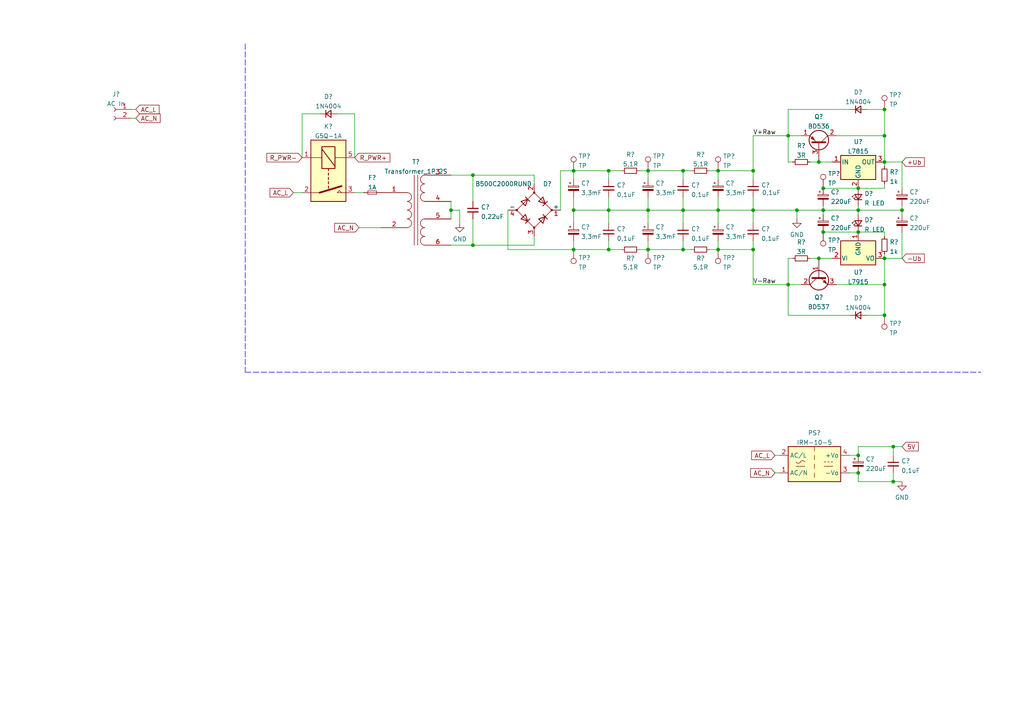
<source format=kicad_sch>
(kicad_sch (version 20211123) (generator eeschema)
  (paper "A4")
  (lib_symbols
    (symbol "Connector:Conn_01x02_Female" (pin_names (offset 1.016) hide)
      (property "Reference" "J" (at 0 2.54 0))
      (property "Value" "Conn_01x02_Female" (at 0 -5.08 0))
      (symbol "Conn_01x02_Female_1_1"
        (arc (start 0 -2.032) (mid -0.508 -2.54) (end 0 -3.048) (stroke (width 0.1524)))
        (polyline (pts (xy -1.27 -2.54) (xy -0.508 -2.54)) (stroke (width 0.1524)))
        (polyline (pts (xy -1.27 0) (xy -0.508 0)) (stroke (width 0.1524)))
        (arc (start 0 0.508) (mid -0.508 0) (end 0 -0.508) (stroke (width 0.1524)))
        (pin passive line (at -5.08 0 0) (length 3.81) (name "Pin_1") (number "1"))
        (pin passive line (at -5.08 -2.54 0) (length 3.81) (name "Pin_2") (number "2"))
      )
    )
    (symbol "Connector:TestPoint" (pin_numbers hide) (pin_names (offset 0.762) hide)
      (property "Reference" "TP" (at 0 6.858 0))
      (property "Value" "TestPoint" (at 0 5.08 0))
      (symbol "TestPoint_0_1"
        (circle (center 0 3.302) (radius 0.762))
      )
      (symbol "TestPoint_1_1"
        (pin passive line (at 0 0 90) (length 2.54) (name "1") (number "1"))
      )
    )
    (symbol "Converter_ACDC:IRM-10-5"
      (property "Reference" "PS" (at 0 6.35 0))
      (property "Value" "IRM-10-5" (at 0 -6.35 0))
      (symbol "IRM-10-5_0_1"
        (rectangle (start -7.62 5.08) (end 7.62 -5.08) (stroke (width 0.254)) (fill (type background)))
        (arc (start -5.334 0.635) (mid -4.699 0.2495) (end -4.064 0.635))
        (arc (start -2.794 0.635) (mid -3.429 1.0072) (end -4.064 0.635))
        (polyline (pts (xy -5.334 -0.635) (xy -2.794 -0.635)))
        (polyline (pts (xy 0 -2.54) (xy 0 -3.81)))
        (polyline (pts (xy 0 0) (xy 0 -1.27)))
        (polyline (pts (xy 0 2.54) (xy 0 1.27)))
        (polyline (pts (xy 0 5.08) (xy 0 3.81)))
        (polyline (pts (xy 2.794 -0.635) (xy 5.334 -0.635)))
        (polyline (pts (xy 2.794 0.635) (xy 3.302 0.635)))
        (polyline (pts (xy 3.81 0.635) (xy 4.318 0.635)))
        (polyline (pts (xy 4.826 0.635) (xy 5.334 0.635)))
      )
      (symbol "IRM-10-5_1_1"
        (pin power_in line (at -10.16 -2.54 0) (length 2.54) (name "AC/N") (number "1"))
        (pin power_in line (at -10.16 2.54 0) (length 2.54) (name "AC/L") (number "2"))
        (pin power_out line (at 10.16 -2.54 180) (length 2.54) (name "-Vo") (number "3"))
        (pin power_out line (at 10.16 2.54 180) (length 2.54) (name "+Vo") (number "4"))
      )
    )
    (symbol "Device:C_Polarized_Small" (pin_numbers hide) (pin_names (offset 0.254) hide)
      (property "Reference" "C" (at 0.254 1.778 0))
      (property "Value" "C_Polarized_Small" (at 0.254 -2.032 0))
      (symbol "C_Polarized_Small_0_1"
        (rectangle (start -1.524 -0.3048) (end 1.524 -0.6858) (fill (type outline)))
        (rectangle (start -1.524 0.6858) (end 1.524 0.3048))
        (polyline (pts (xy -1.27 1.524) (xy -0.762 1.524)))
        (polyline (pts (xy -1.016 1.27) (xy -1.016 1.778)))
      )
      (symbol "C_Polarized_Small_1_1"
        (pin passive line (at 0 2.54 270) (length 1.8542) (name "~") (number "1"))
        (pin passive line (at 0 -2.54 90) (length 1.8542) (name "~") (number "2"))
      )
    )
    (symbol "Device:C_Small" (pin_numbers hide) (pin_names (offset 0.254) hide)
      (property "Reference" "C" (at 0.254 1.778 0))
      (property "Value" "C_Small" (at 0.254 -2.032 0))
      (symbol "C_Small_0_1"
        (polyline (pts (xy -1.524 -0.508) (xy 1.524 -0.508)) (stroke (width 0.3302)))
        (polyline (pts (xy -1.524 0.508) (xy 1.524 0.508)) (stroke (width 0.3048)))
      )
      (symbol "C_Small_1_1"
        (pin passive line (at 0 2.54 270) (length 2.032) (name "~") (number "1"))
        (pin passive line (at 0 -2.54 90) (length 2.032) (name "~") (number "2"))
      )
    )
    (symbol "Device:D_Bridge_+AA-" (pin_names (offset 0))
      (property "Reference" "D" (at 2.54 6.985 0))
      (property "Value" "D_Bridge_+AA-" (at 2.54 5.08 0))
      (symbol "D_Bridge_+AA-_0_1"
        (circle (center -5.08 0) (radius 0.254) (fill (type outline)))
        (circle (center 0 -5.08) (radius 0.254) (fill (type outline)))
        (polyline (pts (xy -2.54 3.81) (xy -1.27 2.54)) (stroke (width 0.254)))
        (polyline (pts (xy -1.27 -2.54) (xy -2.54 -3.81)) (stroke (width 0.254)))
        (polyline (pts (xy 2.54 -1.27) (xy 3.81 -2.54)) (stroke (width 0.254)))
        (polyline (pts (xy 2.54 1.27) (xy 3.81 2.54)) (stroke (width 0.254)))
        (polyline (pts (xy -3.81 2.54) (xy -2.54 1.27) (xy -1.905 3.175) (xy -3.81 2.54)) (stroke (width 0.254)))
        (polyline (pts (xy -2.54 -1.27) (xy -3.81 -2.54) (xy -1.905 -3.175) (xy -2.54 -1.27)) (stroke (width 0.254)))
        (polyline (pts (xy 1.27 2.54) (xy 2.54 3.81) (xy 3.175 1.905) (xy 1.27 2.54)) (stroke (width 0.254)))
        (polyline (pts (xy 3.175 -1.905) (xy 1.27 -2.54) (xy 2.54 -3.81) (xy 3.175 -1.905)) (stroke (width 0.254)))
        (polyline (pts (xy -5.08 0) (xy 0 -5.08) (xy 5.08 0) (xy 0 5.08) (xy -5.08 0)))
        (circle (center 0 5.08) (radius 0.254) (fill (type outline)))
        (circle (center 5.08 0) (radius 0.254) (fill (type outline)))
      )
      (symbol "D_Bridge_+AA-_1_1"
        (pin passive line (at 7.62 0 180) (length 2.54) (name "+") (number "1"))
        (pin passive line (at 0 7.62 270) (length 2.54) (name "~") (number "2"))
        (pin passive line (at 0 -7.62 90) (length 2.54) (name "~") (number "3"))
        (pin passive line (at -7.62 0 0) (length 2.54) (name "-") (number "4"))
      )
    )
    (symbol "Device:D_Small" (pin_numbers hide) (pin_names (offset 0.254) hide)
      (property "Reference" "D" (at -1.27 2.032 0))
      (property "Value" "D_Small" (at -3.81 -2.032 0))
      (symbol "D_Small_0_1"
        (polyline (pts (xy -0.762 -1.016) (xy -0.762 1.016)) (stroke (width 0.254)))
        (polyline (pts (xy -0.762 0) (xy 0.762 0)))
        (polyline (pts (xy 0.762 -1.016) (xy -0.762 0) (xy 0.762 1.016) (xy 0.762 -1.016)) (stroke (width 0.254)))
      )
      (symbol "D_Small_1_1"
        (pin passive line (at -2.54 0 0) (length 1.778) (name "K") (number "1"))
        (pin passive line (at 2.54 0 180) (length 1.778) (name "A") (number "2"))
      )
    )
    (symbol "Device:Fuse_Small" (pin_numbers hide) (pin_names (offset 0.254) hide)
      (property "Reference" "F" (at 0 -1.524 0))
      (property "Value" "Fuse_Small" (at 0 1.524 0))
      (symbol "Fuse_Small_0_1"
        (rectangle (start -1.27 0.508) (end 1.27 -0.508))
        (polyline (pts (xy -1.27 0) (xy 1.27 0)))
      )
      (symbol "Fuse_Small_1_1"
        (pin passive line (at -2.54 0 0) (length 1.27) (name "~") (number "1"))
        (pin passive line (at 2.54 0 180) (length 1.27) (name "~") (number "2"))
      )
    )
    (symbol "Device:LED_Small" (pin_numbers hide) (pin_names (offset 0.254) hide)
      (property "Reference" "D" (at -1.27 3.175 0))
      (property "Value" "LED_Small" (at -4.445 -2.54 0))
      (symbol "LED_Small_0_1"
        (polyline (pts (xy -0.762 -1.016) (xy -0.762 1.016)) (stroke (width 0.254)))
        (polyline (pts (xy 1.016 0) (xy -0.762 0)))
        (polyline (pts (xy 0.762 -1.016) (xy -0.762 0) (xy 0.762 1.016) (xy 0.762 -1.016)) (stroke (width 0.254)))
        (polyline (pts (xy 0 0.762) (xy -0.508 1.27) (xy -0.254 1.27) (xy -0.508 1.27) (xy -0.508 1.016)))
        (polyline (pts (xy 0.508 1.27) (xy 0 1.778) (xy 0.254 1.778) (xy 0 1.778) (xy 0 1.524)))
      )
      (symbol "LED_Small_1_1"
        (pin passive line (at -2.54 0 0) (length 1.778) (name "K") (number "1"))
        (pin passive line (at 2.54 0 180) (length 1.778) (name "A") (number "2"))
      )
    )
    (symbol "Device:Q_NPN_BCE" (pin_names (offset 0) hide)
      (property "Reference" "Q" (at 5.08 1.27 0))
      (property "Value" "Q_NPN_BCE" (at 5.08 -1.27 0))
      (symbol "Q_NPN_BCE_0_1"
        (polyline (pts (xy 0.635 0.635) (xy 2.54 2.54)))
        (polyline (pts (xy 0.635 -0.635) (xy 2.54 -2.54) (xy 2.54 -2.54)))
        (polyline (pts (xy 0.635 1.905) (xy 0.635 -1.905) (xy 0.635 -1.905)) (stroke (width 0.508)))
        (polyline (pts (xy 1.27 -1.778) (xy 1.778 -1.27) (xy 2.286 -2.286) (xy 1.27 -1.778) (xy 1.27 -1.778)) (fill (type outline)))
        (circle (center 1.27 0) (radius 2.8194) (stroke (width 0.254)))
      )
      (symbol "Q_NPN_BCE_1_1"
        (pin input line (at -5.08 0 0) (length 5.715) (name "B") (number "1"))
        (pin passive line (at 2.54 5.08 270) (length 2.54) (name "C") (number "2"))
        (pin passive line (at 2.54 -5.08 90) (length 2.54) (name "E") (number "3"))
      )
    )
    (symbol "Device:Q_PNP_ECB" (pin_names (offset 0) hide)
      (property "Reference" "Q" (at 5.08 1.27 0))
      (property "Value" "Q_PNP_ECB" (at 5.08 -1.27 0))
      (symbol "Q_PNP_ECB_0_1"
        (polyline (pts (xy 0.635 0.635) (xy 2.54 2.54)))
        (polyline (pts (xy 0.635 -0.635) (xy 2.54 -2.54) (xy 2.54 -2.54)))
        (polyline (pts (xy 0.635 1.905) (xy 0.635 -1.905) (xy 0.635 -1.905)) (stroke (width 0.508)))
        (polyline (pts (xy 2.286 -1.778) (xy 1.778 -2.286) (xy 1.27 -1.27) (xy 2.286 -1.778) (xy 2.286 -1.778)) (fill (type outline)))
        (circle (center 1.27 0) (radius 2.8194) (stroke (width 0.254)))
      )
      (symbol "Q_PNP_ECB_1_1"
        (pin passive line (at 2.54 -5.08 90) (length 2.54) (name "E") (number "1"))
        (pin passive line (at 2.54 5.08 270) (length 2.54) (name "C") (number "2"))
        (pin input line (at -5.08 0 0) (length 5.715) (name "B") (number "3"))
      )
    )
    (symbol "Device:R_Small" (pin_numbers hide) (pin_names (offset 0.254) hide)
      (property "Reference" "R" (at 0.762 0.508 0))
      (property "Value" "R_Small" (at 0.762 -1.016 0))
      (symbol "R_Small_0_1"
        (rectangle (start -0.762 1.778) (end 0.762 -1.778) (stroke (width 0.2032)))
      )
      (symbol "R_Small_1_1"
        (pin passive line (at 0 2.54 270) (length 0.762) (name "~") (number "1"))
        (pin passive line (at 0 -2.54 90) (length 0.762) (name "~") (number "2"))
      )
    )
    (symbol "Device:Transformer_1P_2S" (pin_names (offset 1.016) hide)
      (property "Reference" "T" (at 0 12.7 0))
      (property "Value" "Transformer_1P_2S" (at 0 -12.7 0))
      (symbol "Transformer_1P_2S_0_1"
        (arc (start -2.54 -5.0546) (mid -1.6561 -4.6863) (end -1.27 -3.81))
        (arc (start -2.54 -2.5146) (mid -1.6561 -2.1463) (end -1.27 -1.27))
        (arc (start -2.54 0.0254) (mid -1.6561 0.3937) (end -1.27 1.27))
        (arc (start -2.54 2.5654) (mid -1.6561 2.9337) (end -1.27 3.81))
        (arc (start -1.27 -3.81) (mid -1.642 -2.912) (end -2.54 -2.54))
        (arc (start -1.27 -1.27) (mid -1.642 -0.372) (end -2.54 0))
        (arc (start -1.27 1.27) (mid -1.642 2.168) (end -2.54 2.54))
        (arc (start -1.27 3.81) (mid -1.642 4.708) (end -2.54 5.08))
        (polyline (pts (xy -0.508 -10.16) (xy -0.508 10.16)))
        (polyline (pts (xy 0.508 10.16) (xy 0.508 -10.16)))
        (arc (start 1.2954 -8.89) (mid 1.6599 -9.7701) (end 2.54 -10.1346))
        (arc (start 1.2954 -6.35) (mid 1.6599 -7.2301) (end 2.54 -7.5946))
        (arc (start 1.2954 -3.81) (mid 1.6599 -4.6901) (end 2.54 -5.0546))
        (arc (start 1.2954 3.81) (mid 1.6599 2.9299) (end 2.54 2.5654))
        (arc (start 1.2954 6.35) (mid 1.6599 5.4699) (end 2.54 5.1054))
        (arc (start 1.2954 8.89) (mid 1.6599 8.0099) (end 2.54 7.6454))
        (arc (start 2.54 -7.62) (mid 1.6456 -7.9883) (end 1.2954 -8.89))
        (arc (start 2.54 -5.08) (mid 1.6456 -5.4483) (end 1.2954 -6.35))
        (arc (start 2.54 -2.54) (mid 1.6456 -2.9083) (end 1.2954 -3.81))
        (arc (start 2.54 5.08) (mid 1.6456 4.7117) (end 1.2954 3.81))
        (arc (start 2.54 7.62) (mid 1.6456 7.2517) (end 1.2954 6.35))
        (arc (start 2.54 10.16) (mid 1.6456 9.7917) (end 1.2954 8.89))
      )
      (symbol "Transformer_1P_2S_1_1"
        (pin passive line (at -10.16 5.08 0) (length 7.62) (name "AA") (number "1"))
        (pin passive line (at -10.16 -5.08 0) (length 7.62) (name "AB") (number "2"))
        (pin passive line (at 10.16 10.16 180) (length 7.62) (name "SA") (number "3"))
        (pin passive line (at 10.16 2.54 180) (length 7.62) (name "SB") (number "4"))
        (pin passive line (at 10.16 -2.54 180) (length 7.62) (name "SC") (number "5"))
        (pin passive line (at 10.16 -10.16 180) (length 7.62) (name "SD") (number "6"))
      )
    )
    (symbol "Regulator_Linear:L7815" (pin_names (offset 0.254))
      (property "Reference" "U" (at -3.81 3.175 0))
      (property "Value" "L7815" (at 0 3.175 0))
      (symbol "L7815_0_1"
        (rectangle (start -5.08 1.905) (end 5.08 -5.08) (stroke (width 0.254)) (fill (type background)))
      )
      (symbol "L7815_1_1"
        (pin power_in line (at -7.62 0 0) (length 2.54) (name "IN") (number "1"))
        (pin power_in line (at 0 -7.62 90) (length 2.54) (name "GND") (number "2"))
        (pin power_out line (at 7.62 0 180) (length 2.54) (name "OUT") (number "3"))
      )
    )
    (symbol "Regulator_Linear:L7915" (pin_names (offset 0.254))
      (property "Reference" "U" (at -3.81 -3.175 0))
      (property "Value" "L7915" (at 0 -3.175 0))
      (symbol "L7915_0_1"
        (rectangle (start -5.08 5.08) (end 5.08 -1.905) (stroke (width 0.254)) (fill (type background)))
      )
      (symbol "L7915_1_1"
        (pin power_in line (at 0 7.62 270) (length 2.54) (name "GND") (number "1"))
        (pin power_in line (at -7.62 0 0) (length 2.54) (name "VI") (number "2"))
        (pin power_out line (at 7.62 0 180) (length 2.54) (name "VO") (number "3"))
      )
    )
    (symbol "Relay:G5Q-1A"
      (property "Reference" "K" (at 8.89 3.81 0))
      (property "Value" "G5Q-1A" (at 8.89 1.27 0))
      (symbol "G5Q-1A_0_0"
        (polyline (pts (xy 5.08 5.08) (xy 5.08 2.54) (xy 4.445 3.175) (xy 5.08 3.81)))
      )
      (symbol "G5Q-1A_0_1"
        (rectangle (start -10.16 5.08) (end 7.62 -5.08) (stroke (width 0.254)) (fill (type background)))
        (rectangle (start -8.255 1.905) (end -1.905 -1.905) (stroke (width 0.254)))
        (polyline (pts (xy -7.62 -1.905) (xy -2.54 1.905)) (stroke (width 0.254)))
        (polyline (pts (xy -5.08 -5.08) (xy -5.08 -1.905)))
        (polyline (pts (xy -5.08 5.08) (xy -5.08 1.905)))
        (polyline (pts (xy -1.905 0) (xy -1.27 0)) (stroke (width 0.254)))
        (polyline (pts (xy -0.635 0) (xy 0 0)) (stroke (width 0.254)))
        (polyline (pts (xy 0.635 0) (xy 1.27 0)) (stroke (width 0.254)))
        (polyline (pts (xy 1.905 0) (xy 2.54 0)) (stroke (width 0.254)))
        (polyline (pts (xy 3.175 0) (xy 3.81 0)) (stroke (width 0.254)))
        (polyline (pts (xy 5.08 -2.54) (xy 3.175 3.81)) (stroke (width 0.508)))
        (polyline (pts (xy 5.08 -2.54) (xy 5.08 -5.08)))
      )
      (symbol "G5Q-1A_1_1"
        (pin passive line (at -5.08 -7.62 90) (length 2.54) (name "~") (number "1"))
        (pin passive line (at 5.08 -7.62 90) (length 2.54) (name "~") (number "2"))
        (pin passive line (at 5.08 7.62 270) (length 2.54) (name "~") (number "3"))
        (pin passive line (at -5.08 7.62 270) (length 2.54) (name "~") (number "5"))
      )
    )
    (symbol "power:GND" (power) (pin_names (offset 0))
      (property "Value" "GND" (at 0 -3.81 0))
      (symbol "GND_0_1"
        (polyline (pts (xy 0 0) (xy 0 -1.27) (xy 1.27 -1.27) (xy 0 -2.54) (xy -1.27 -1.27) (xy 0 -1.27)))
      )
      (symbol "GND_1_1"
        (pin power_in line (at 0 0 270) (length 0) hide (name "GND") (number "1"))
      )
    )
  )
  (junction (at 187.96 72.39))
  (junction (at 237.49 46.99))
  (junction (at 238.76 60.96))
  (junction (at 248.92 67.31))
  (junction (at 176.53 60.96))
  (junction (at 198.12 72.39))
  (junction (at 208.28 72.39))
  (junction (at 256.54 74.93))
  (junction (at 130.81 60.96))
  (junction (at 176.53 72.39))
  (junction (at 198.12 60.96))
  (junction (at 166.37 60.96))
  (junction (at 228.6 39.37))
  (junction (at 228.6 82.55))
  (junction (at 248.92 137.16))
  (junction (at 137.16 50.8))
  (junction (at 256.54 82.55))
  (junction (at 237.49 74.93))
  (junction (at 166.37 49.53))
  (junction (at 256.54 91.44))
  (junction (at 166.37 72.39))
  (junction (at 248.92 60.96))
  (junction (at 218.44 49.53))
  (junction (at 218.44 72.39))
  (junction (at 187.96 60.96))
  (junction (at 259.08 129.54))
  (junction (at 248.92 132.08))
  (junction (at 137.16 71.12))
  (junction (at 187.96 49.53))
  (junction (at 218.44 60.96))
  (junction (at 256.54 31.75))
  (junction (at 256.54 46.99))
  (junction (at 256.54 39.37))
  (junction (at 248.92 54.61))
  (junction (at 238.76 67.31))
  (junction (at 208.28 60.96))
  (junction (at 238.76 54.61))
  (junction (at 259.08 139.7))
  (junction (at 208.28 49.53))
  (junction (at 198.12 49.53))
  (junction (at 261.62 60.96))
  (junction (at 176.53 49.53))
  (junction (at 231.14 60.96))
  (wire (pts (xy 104.14 66.04) (xy 110.49 66.04)))
  (wire (pts (xy 256.54 39.37) (xy 256.54 31.75)))
  (wire (pts (xy 166.37 69.85) (xy 166.37 72.39)))
  (wire (pts (xy 198.12 49.53) (xy 200.66 49.53)))
  (wire (pts (xy 102.87 55.88) (xy 105.41 55.88)))
  (wire (pts (xy 137.16 63.5) (xy 137.16 71.12)))
  (wire (pts (xy 162.56 49.53) (xy 166.37 49.53)))
  (wire (pts (xy 133.35 60.96) (xy 133.35 64.77)))
  (wire (pts (xy 248.92 137.16) (xy 248.92 139.7)))
  (wire (pts (xy 198.12 69.85) (xy 198.12 72.39)))
  (wire (pts (xy 248.92 129.54) (xy 259.08 129.54)))
  (polyline (pts (xy 71.12 12.7) (xy 71.12 107.95)))
  (wire (pts (xy 256.54 82.55) (xy 256.54 91.44)))
  (wire (pts (xy 228.6 46.99) (xy 229.87 46.99)))
  (wire (pts (xy 187.96 49.53) (xy 187.96 52.07)))
  (wire (pts (xy 259.08 129.54) (xy 261.62 129.54)))
  (wire (pts (xy 198.12 60.96) (xy 208.28 60.96)))
  (wire (pts (xy 162.56 49.53) (xy 162.56 60.96)))
  (wire (pts (xy 176.53 60.96) (xy 176.53 64.77)))
  (wire (pts (xy 256.54 39.37) (xy 256.54 46.99)))
  (polyline (pts (xy 71.12 107.95) (xy 284.48 107.95)))
  (wire (pts (xy 166.37 57.15) (xy 166.37 60.96)))
  (wire (pts (xy 256.54 67.31) (xy 248.92 67.31)))
  (wire (pts (xy 176.53 49.53) (xy 180.34 49.53)))
  (wire (pts (xy 256.54 91.44) (xy 251.46 91.44)))
  (wire (pts (xy 208.28 60.96) (xy 218.44 60.96)))
  (wire (pts (xy 137.16 71.12) (xy 154.94 71.12)))
  (wire (pts (xy 238.76 59.69) (xy 238.76 60.96)))
  (wire (pts (xy 187.96 49.53) (xy 198.12 49.53)))
  (wire (pts (xy 246.38 137.16) (xy 248.92 137.16)))
  (wire (pts (xy 218.44 72.39) (xy 218.44 82.55)))
  (wire (pts (xy 248.92 132.08) (xy 248.92 129.54)))
  (wire (pts (xy 234.95 74.93) (xy 237.49 74.93)))
  (wire (pts (xy 102.87 45.72) (xy 102.87 33.02)))
  (wire (pts (xy 242.57 82.55) (xy 256.54 82.55)))
  (wire (pts (xy 187.96 60.96) (xy 198.12 60.96)))
  (wire (pts (xy 208.28 57.15) (xy 208.28 60.96)))
  (wire (pts (xy 130.81 60.96) (xy 130.81 63.5)))
  (wire (pts (xy 246.38 132.08) (xy 248.92 132.08)))
  (wire (pts (xy 208.28 60.96) (xy 208.28 64.77)))
  (wire (pts (xy 102.87 33.02) (xy 97.79 33.02)))
  (wire (pts (xy 218.44 39.37) (xy 228.6 39.37)))
  (wire (pts (xy 256.54 82.55) (xy 256.54 74.93)))
  (wire (pts (xy 205.74 72.39) (xy 208.28 72.39)))
  (wire (pts (xy 261.62 46.99) (xy 261.62 54.61)))
  (wire (pts (xy 231.14 60.96) (xy 238.76 60.96)))
  (wire (pts (xy 198.12 49.53) (xy 198.12 52.07)))
  (wire (pts (xy 185.42 49.53) (xy 187.96 49.53)))
  (wire (pts (xy 166.37 72.39) (xy 176.53 72.39)))
  (wire (pts (xy 218.44 82.55) (xy 228.6 82.55)))
  (wire (pts (xy 228.6 39.37) (xy 228.6 46.99)))
  (wire (pts (xy 238.76 54.61) (xy 248.92 54.61)))
  (wire (pts (xy 137.16 50.8) (xy 154.94 50.8)))
  (wire (pts (xy 208.28 72.39) (xy 218.44 72.39)))
  (wire (pts (xy 218.44 69.85) (xy 218.44 72.39)))
  (wire (pts (xy 238.76 60.96) (xy 248.92 60.96)))
  (wire (pts (xy 218.44 49.53) (xy 218.44 52.07)))
  (wire (pts (xy 185.42 72.39) (xy 187.96 72.39)))
  (wire (pts (xy 176.53 49.53) (xy 176.53 52.07)))
  (wire (pts (xy 256.54 46.99) (xy 261.62 46.99)))
  (wire (pts (xy 176.53 60.96) (xy 187.96 60.96)))
  (wire (pts (xy 228.6 31.75) (xy 228.6 39.37)))
  (wire (pts (xy 228.6 82.55) (xy 228.6 74.93)))
  (wire (pts (xy 248.92 59.69) (xy 248.92 60.96)))
  (wire (pts (xy 176.53 57.15) (xy 176.53 60.96)))
  (wire (pts (xy 218.44 49.53) (xy 218.44 39.37)))
  (wire (pts (xy 256.54 46.99) (xy 256.54 48.26)))
  (wire (pts (xy 176.53 72.39) (xy 180.34 72.39)))
  (wire (pts (xy 198.12 57.15) (xy 198.12 60.96)))
  (wire (pts (xy 261.62 67.31) (xy 261.62 74.93)))
  (wire (pts (xy 187.96 57.15) (xy 187.96 60.96)))
  (wire (pts (xy 38.1 34.29) (xy 39.37 34.29)))
  (wire (pts (xy 130.81 58.42) (xy 130.81 60.96)))
  (wire (pts (xy 224.79 137.16) (xy 226.06 137.16)))
  (wire (pts (xy 198.12 60.96) (xy 198.12 64.77)))
  (wire (pts (xy 176.53 69.85) (xy 176.53 72.39)))
  (wire (pts (xy 259.08 139.7) (xy 259.08 137.16)))
  (wire (pts (xy 238.76 60.96) (xy 238.76 62.23)))
  (wire (pts (xy 208.28 69.85) (xy 208.28 72.39)))
  (wire (pts (xy 87.63 45.72) (xy 87.63 33.02)))
  (wire (pts (xy 208.28 49.53) (xy 208.28 52.07)))
  (wire (pts (xy 218.44 57.15) (xy 218.44 60.96)))
  (wire (pts (xy 228.6 82.55) (xy 232.41 82.55)))
  (wire (pts (xy 218.44 60.96) (xy 231.14 60.96)))
  (wire (pts (xy 85.09 55.88) (xy 87.63 55.88)))
  (wire (pts (xy 261.62 74.93) (xy 256.54 74.93)))
  (wire (pts (xy 261.62 60.96) (xy 261.62 62.23)))
  (wire (pts (xy 137.16 50.8) (xy 137.16 58.42)))
  (wire (pts (xy 154.94 71.12) (xy 154.94 68.58)))
  (wire (pts (xy 234.95 46.99) (xy 237.49 46.99)))
  (wire (pts (xy 166.37 49.53) (xy 166.37 52.07)))
  (wire (pts (xy 228.6 39.37) (xy 232.41 39.37)))
  (wire (pts (xy 130.81 71.12) (xy 137.16 71.12)))
  (wire (pts (xy 237.49 74.93) (xy 241.3 74.93)))
  (wire (pts (xy 256.54 31.75) (xy 251.46 31.75)))
  (wire (pts (xy 259.08 139.7) (xy 261.62 139.7)))
  (wire (pts (xy 259.08 129.54) (xy 259.08 132.08)))
  (wire (pts (xy 256.54 54.61) (xy 248.92 54.61)))
  (wire (pts (xy 130.81 60.96) (xy 133.35 60.96)))
  (wire (pts (xy 198.12 72.39) (xy 200.66 72.39)))
  (wire (pts (xy 224.79 132.08) (xy 226.06 132.08)))
  (wire (pts (xy 248.92 60.96) (xy 248.92 62.23)))
  (wire (pts (xy 231.14 60.96) (xy 231.14 63.5)))
  (wire (pts (xy 187.96 72.39) (xy 198.12 72.39)))
  (wire (pts (xy 242.57 39.37) (xy 256.54 39.37)))
  (wire (pts (xy 130.81 50.8) (xy 137.16 50.8)))
  (wire (pts (xy 248.92 60.96) (xy 261.62 60.96)))
  (wire (pts (xy 38.1 31.75) (xy 39.37 31.75)))
  (wire (pts (xy 246.38 31.75) (xy 228.6 31.75)))
  (wire (pts (xy 261.62 59.69) (xy 261.62 60.96)))
  (wire (pts (xy 87.63 33.02) (xy 92.71 33.02)))
  (wire (pts (xy 166.37 60.96) (xy 176.53 60.96)))
  (wire (pts (xy 147.32 72.39) (xy 147.32 60.96)))
  (wire (pts (xy 238.76 67.31) (xy 248.92 67.31)))
  (wire (pts (xy 166.37 49.53) (xy 176.53 49.53)))
  (wire (pts (xy 208.28 49.53) (xy 218.44 49.53)))
  (wire (pts (xy 187.96 69.85) (xy 187.96 72.39)))
  (wire (pts (xy 248.92 139.7) (xy 259.08 139.7)))
  (wire (pts (xy 256.54 68.58) (xy 256.54 67.31)))
  (wire (pts (xy 228.6 91.44) (xy 228.6 82.55)))
  (wire (pts (xy 256.54 53.34) (xy 256.54 54.61)))
  (wire (pts (xy 256.54 74.93) (xy 256.54 73.66)))
  (wire (pts (xy 205.74 49.53) (xy 208.28 49.53)))
  (wire (pts (xy 246.38 91.44) (xy 228.6 91.44)))
  (wire (pts (xy 237.49 46.99) (xy 241.3 46.99)))
  (wire (pts (xy 154.94 50.8) (xy 154.94 53.34)))
  (wire (pts (xy 218.44 60.96) (xy 218.44 64.77)))
  (wire (pts (xy 228.6 74.93) (xy 229.87 74.93)))
  (wire (pts (xy 147.32 72.39) (xy 166.37 72.39)))
  (wire (pts (xy 187.96 60.96) (xy 187.96 64.77)))
  (wire (pts (xy 166.37 60.96) (xy 166.37 64.77)))
  (label "V-Raw" (at 218.44 82.55 0))
  (label "V+Raw" (at 218.44 39.37 0))
  (global_label "AC_N" (shape input) (at 104.14 66.04 180) (property "Intersheet References" "${INTERSHEET_REFS}" (effects hide)))
  (global_label "AC_L" (shape input) (at 224.79 132.08 180) (property "Intersheet References" "${INTERSHEET_REFS}" (effects hide)))
  (global_label "R_PWR-" (shape input) (at 87.63 45.72 180) (property "Intersheet References" "${INTERSHEET_REFS}" (effects hide)))
  (global_label "AC_N" (shape input) (at 39.37 34.29 0) (property "Intersheet References" "${INTERSHEET_REFS}" (effects hide)))
  (global_label "5V" (shape input) (at 261.62 129.54 0) (property "Intersheet References" "${INTERSHEET_REFS}" (effects hide)))
  (global_label "R_PWR+" (shape input) (at 102.87 45.72 0) (property "Intersheet References" "${INTERSHEET_REFS}" (effects hide)))
  (global_label "AC_L" (shape input) (at 39.37 31.75 0) (property "Intersheet References" "${INTERSHEET_REFS}" (effects hide)))
  (global_label "-Ub" (shape input) (at 261.62 74.93 0) (property "Intersheet References" "${INTERSHEET_REFS}" (effects hide)))
  (global_label "+Ub" (shape input) (at 261.62 46.99 0) (property "Intersheet References" "${INTERSHEET_REFS}" (effects hide)))
  (global_label "AC_N" (shape input) (at 224.79 137.16 180) (property "Intersheet References" "${INTERSHEET_REFS}" (effects hide)))
  (global_label "AC_L" (shape input) (at 85.09 55.88 180) (property "Intersheet References" "${INTERSHEET_REFS}" (effects hide)))
  (symbol (lib_id "Connector:TestPoint") (at 166.37 72.39 180) (unit 1)
    (property "Reference" "TP?" (at 167.767 74.7835 0) (effects (justify right)))
    (property "Value" "TP" (at 167.767 77.5586 0) (effects (justify right)))
  )
  (symbol (lib_id "Device:C_Small") (at 137.16 60.96 0) (unit 1)
    (property "Reference" "C?" (at 139.4841 60.0578 0) (effects (justify left)))
    (property "Value" "0,22uF" (at 139.4841 62.8329 0) (effects (justify left)))
  )
  (symbol (lib_id "Device:R_Small") (at 256.54 50.8 180) (unit 1)
    (property "Reference" "R?" (at 258.0386 49.8915 0) (effects (justify right)))
    (property "Value" "1k" (at 258.0386 52.6666 0) (effects (justify right)))
  )
  (symbol (lib_id "Relay:G5Q-1A") (at 95.25 50.8 270) (unit 1)
    (property "Reference" "K?" (at 95.25 36.6735 90))
    (property "Value" "G5Q-1A" (at 95.25 39.4486 90))
    (property "Footprint" "Relay_THT:Relay_SPST_Omron-G5Q-1A" (effects hide))
    (property "Datasheet" "https://www.omron.com/ecb/products/pdf/en-g5q.pdf" (effects hide))
  )
  (symbol (lib_id "Device:C_Polarized_Small") (at 187.96 54.61 0) (unit 1)
    (property "Reference" "C?" (at 190.119 53.1554 0) (effects (justify left)))
    (property "Value" "3,3mF" (at 190.119 55.9305 0) (effects (justify left)))
  )
  (symbol (lib_id "power:GND") (at 231.14 63.5 0) (unit 1)
    (property "Reference" "#PWR?" (effects hide))
    (property "Value" "GND" (at 231.14 68.0625 0))
  )
  (symbol (lib_id "Device:LED_Small") (at 248.92 64.77 90) (unit 1)
    (property "Reference" "D?" (at 250.698 63.798 90) (effects (justify right)))
    (property "Value" "R LED" (at 250.698 66.5731 90) (effects (justify right)))
  )
  (symbol (lib_id "Connector:TestPoint") (at 166.37 49.53 0) (unit 1)
    (property "Reference" "TP?" (at 167.767 45.3195 0) (effects (justify left)))
    (property "Value" "TP" (at 167.767 48.0946 0) (effects (justify left)))
  )
  (symbol (lib_id "Device:C_Polarized_Small") (at 208.28 67.31 0) (unit 1)
    (property "Reference" "C?" (at 210.439 65.8554 0) (effects (justify left)))
    (property "Value" "3,3mF" (at 210.439 68.6305 0) (effects (justify left)))
  )
  (symbol (lib_id "Device:C_Polarized_Small") (at 248.92 134.62 0) (unit 1)
    (property "Reference" "C?" (at 251.079 133.1654 0) (effects (justify left)))
    (property "Value" "220uF" (at 251.079 135.9405 0) (effects (justify left)))
  )
  (symbol (lib_id "Device:R_Small") (at 182.88 72.39 90) (unit 1)
    (property "Reference" "R?" (at 182.88 74.93 90))
    (property "Value" "5,1R" (at 182.88 77.47 90))
  )
  (symbol (lib_id "Connector:TestPoint") (at 208.28 72.39 180) (unit 1)
    (property "Reference" "TP?" (at 209.677 74.7835 0) (effects (justify right)))
    (property "Value" "TP" (at 209.677 77.5586 0) (effects (justify right)))
  )
  (symbol (lib_id "Connector:TestPoint") (at 187.96 72.39 180) (unit 1)
    (property "Reference" "TP?" (at 189.357 74.7835 0) (effects (justify right)))
    (property "Value" "TP" (at 189.357 77.5586 0) (effects (justify right)))
  )
  (symbol (lib_id "Device:C_Small") (at 176.53 67.31 0) (unit 1)
    (property "Reference" "C?" (at 178.8541 66.4078 0) (effects (justify left)))
    (property "Value" "0,1uF" (at 178.8541 69.1829 0) (effects (justify left)))
  )
  (symbol (lib_id "Device:Q_NPN_BCE") (at 237.49 80.01 90) (mirror x) (unit 1)
    (property "Reference" "Q?" (at 237.49 86.2489 90))
    (property "Value" "BD537" (at 237.49 89.024 90))
  )
  (symbol (lib_id "Connector:TestPoint") (at 187.96 49.53 0) (unit 1)
    (property "Reference" "TP?" (at 189.357 45.3195 0) (effects (justify left)))
    (property "Value" "TP" (at 189.357 48.0946 0) (effects (justify left)))
  )
  (symbol (lib_id "Device:C_Polarized_Small") (at 166.37 54.61 0) (unit 1)
    (property "Reference" "C?" (at 168.529 53.1554 0) (effects (justify left)))
    (property "Value" "3,3mF" (at 168.529 55.9305 0) (effects (justify left)))
  )
  (symbol (lib_id "Device:R_Small") (at 232.41 46.99 90) (unit 1)
    (property "Reference" "R?" (at 232.41 42.2869 90))
    (property "Value" "3R" (at 232.41 45.062 90))
  )
  (symbol (lib_id "Connector:TestPoint") (at 238.76 67.31 180) (unit 1)
    (property "Reference" "TP?" (at 240.157 69.7035 0) (effects (justify right)))
    (property "Value" "TP" (at 240.157 72.4786 0) (effects (justify right)))
  )
  (symbol (lib_id "Device:D_Small") (at 248.92 31.75 0) (unit 1)
    (property "Reference" "D?" (at 248.92 26.7675 0))
    (property "Value" "1N4004" (at 248.92 29.5426 0))
  )
  (symbol (lib_id "Device:C_Polarized_Small") (at 261.62 57.15 0) (unit 1)
    (property "Reference" "C?" (at 263.779 55.6954 0) (effects (justify left)))
    (property "Value" "220uF" (at 263.779 58.4705 0) (effects (justify left)))
  )
  (symbol (lib_id "Connector:TestPoint") (at 238.76 54.61 0) (unit 1)
    (property "Reference" "TP?" (at 240.157 50.3995 0) (effects (justify left)))
    (property "Value" "TP" (at 240.157 53.1746 0) (effects (justify left)))
  )
  (symbol (lib_id "Device:C_Polarized_Small") (at 166.37 67.31 0) (unit 1)
    (property "Reference" "C?" (at 168.529 65.8554 0) (effects (justify left)))
    (property "Value" "3,3mF" (at 168.529 68.6305 0) (effects (justify left)))
  )
  (symbol (lib_id "Device:C_Small") (at 259.08 134.62 0) (unit 1)
    (property "Reference" "C?" (at 261.4041 133.7178 0) (effects (justify left)))
    (property "Value" "0,1uF" (at 261.4041 136.4929 0) (effects (justify left)))
  )
  (symbol (lib_id "Device:Fuse_Small") (at 107.95 55.88 0) (unit 1)
    (property "Reference" "F?" (at 107.95 51.5325 0))
    (property "Value" "1A" (at 107.95 54.3076 0))
  )
  (symbol (lib_id "Device:D_Small") (at 248.92 91.44 0) (unit 1)
    (property "Reference" "D?" (at 248.92 86.4575 0))
    (property "Value" "1N4004" (at 248.92 89.2326 0))
  )
  (symbol (lib_id "power:GND") (at 261.62 139.7 0) (unit 1)
    (property "Reference" "#PWR?" (effects hide))
    (property "Value" "GND" (at 261.62 144.2625 0))
  )
  (symbol (lib_id "Device:C_Polarized_Small") (at 238.76 64.77 0) (unit 1)
    (property "Reference" "C?" (at 240.919 63.3154 0) (effects (justify left)))
    (property "Value" "220uF" (at 240.919 66.0905 0) (effects (justify left)))
  )
  (symbol (lib_id "Device:C_Polarized_Small") (at 261.62 64.77 0) (unit 1)
    (property "Reference" "C?" (at 263.779 63.3154 0) (effects (justify left)))
    (property "Value" "220uF" (at 263.779 66.0905 0) (effects (justify left)))
  )
  (symbol (lib_id "Connector:TestPoint") (at 208.28 49.53 0) (unit 1)
    (property "Reference" "TP?" (at 209.677 45.3195 0) (effects (justify left)))
    (property "Value" "TP" (at 209.677 48.0946 0) (effects (justify left)))
  )
  (symbol (lib_id "Connector:Conn_01x02_Female") (at 33.02 31.75 0) (mirror y) (unit 1)
    (property "Reference" "J?" (at 33.655 27.3263 0))
    (property "Value" "AC In" (at 33.655 30.1014 0))
  )
  (symbol (lib_id "Device:D_Bridge_+AA-") (at 154.94 60.96 0) (unit 1)
    (property "Reference" "D?" (at 158.75 53.34 0))
    (property "Value" "B500C2000RUND" (at 146.05 53.34 0))
  )
  (symbol (lib_id "Device:C_Small") (at 218.44 54.61 0) (unit 1)
    (property "Reference" "C?" (at 220.7641 53.7078 0) (effects (justify left)))
    (property "Value" "0,1uF" (at 220.98 55.88 0) (effects (justify left)))
  )
  (symbol (lib_id "Device:C_Polarized_Small") (at 187.96 67.31 0) (unit 1)
    (property "Reference" "C?" (at 190.119 65.8554 0) (effects (justify left)))
    (property "Value" "3,3mF" (at 190.119 68.6305 0) (effects (justify left)))
  )
  (symbol (lib_id "Device:Q_PNP_ECB") (at 237.49 41.91 270) (mirror x) (unit 1)
    (property "Reference" "Q?" (at 237.49 33.8541 90))
    (property "Value" "BD536" (at 237.49 36.6292 90))
  )
  (symbol (lib_id "Connector:TestPoint") (at 256.54 91.44 180) (unit 1)
    (property "Reference" "TP?" (at 257.937 93.8335 0) (effects (justify right)))
    (property "Value" "TP" (at 257.937 96.6086 0) (effects (justify right)))
  )
  (symbol (lib_id "Device:C_Polarized_Small") (at 238.76 57.15 0) (unit 1)
    (property "Reference" "C?" (at 240.919 55.6954 0) (effects (justify left)))
    (property "Value" "220uF" (at 240.919 58.4705 0) (effects (justify left)))
  )
  (symbol (lib_id "Device:C_Small") (at 218.44 67.31 0) (unit 1)
    (property "Reference" "C?" (at 220.7641 66.4078 0) (effects (justify left)))
    (property "Value" "0,1uF" (at 220.7641 69.1829 0) (effects (justify left)))
  )
  (symbol (lib_id "Device:C_Small") (at 198.12 54.61 0) (unit 1)
    (property "Reference" "C?" (at 200.4441 53.7078 0) (effects (justify left)))
    (property "Value" "0,1uF" (at 200.4441 56.4829 0) (effects (justify left)))
  )
  (symbol (lib_id "Device:R_Small") (at 182.88 49.53 90) (unit 1)
    (property "Reference" "R?" (at 182.88 44.8269 90))
    (property "Value" "5,1R" (at 182.88 47.602 90))
  )
  (symbol (lib_id "power:GND") (at 133.35 64.77 0) (unit 1)
    (property "Reference" "#PWR?" (effects hide))
    (property "Value" "GND" (at 133.35 69.3325 0))
  )
  (symbol (lib_id "Connector:TestPoint") (at 256.54 31.75 0) (unit 1)
    (property "Reference" "TP?" (at 257.937 27.5395 0) (effects (justify left)))
    (property "Value" "TP" (at 257.937 30.3146 0) (effects (justify left)))
  )
  (symbol (lib_id "Device:C_Small") (at 198.12 67.31 0) (unit 1)
    (property "Reference" "C?" (at 200.4441 66.4078 0) (effects (justify left)))
    (property "Value" "0,1uF" (at 200.4441 69.1829 0) (effects (justify left)))
  )
  (symbol (lib_id "Device:R_Small") (at 232.41 74.93 90) (unit 1)
    (property "Reference" "R?" (at 232.41 70.2269 90))
    (property "Value" "3R" (at 232.41 73.002 90))
  )
  (symbol (lib_id "Device:R_Small") (at 203.2 72.39 90) (unit 1)
    (property "Reference" "R?" (at 203.2 74.93 90))
    (property "Value" "5,1R" (at 203.2 77.47 90))
  )
  (symbol (lib_id "Device:Transformer_1P_2S") (at 120.65 60.96 0) (unit 1)
    (property "Reference" "T?" (at 120.65 46.9603 0))
    (property "Value" "Transformer_1P_2S" (at 120.65 49.7354 0))
  )
  (symbol (lib_id "Device:LED_Small") (at 248.92 57.15 90) (unit 1)
    (property "Reference" "D?" (at 250.698 56.178 90) (effects (justify right)))
    (property "Value" "R LED" (at 250.698 58.9531 90) (effects (justify right)))
  )
  (symbol (lib_id "Regulator_Linear:L7815") (at 248.92 46.99 0) (unit 1)
    (property "Reference" "U?" (at 248.92 41.1185 0))
    (property "Value" "L7815" (at 248.92 43.8936 0))
    (property "Datasheet" "http://www.st.com/content/ccc/resource/technical/document/datasheet/41/4f/b3/b0/12/d4/47/88/CD00000444.pdf/files/CD00000444.pdf/jcr:content/translations/en.CD00000444.pdf" (effects hide))
  )
  (symbol (lib_id "Regulator_Linear:L7915") (at 248.92 74.93 0) (unit 1)
    (property "Reference" "U?" (at 248.92 78.9845 0))
    (property "Value" "L7915" (at 248.92 81.7596 0))
    (property "Datasheet" "http://www.st.com/content/ccc/resource/technical/document/datasheet/c9/16/86/41/c7/2b/45/f2/CD00000450.pdf/files/CD00000450.pdf/jcr:content/translations/en.CD00000450.pdf" (effects hide))
  )
  (symbol (lib_id "Device:R_Small") (at 256.54 71.12 180) (unit 1)
    (property "Reference" "R?" (at 258.0386 70.2115 0) (effects (justify right)))
    (property "Value" "1k" (at 258.0386 72.9866 0) (effects (justify right)))
  )
  (symbol (lib_id "Converter_ACDC:IRM-10-5") (at 236.22 134.62 0) (unit 1)
    (property "Reference" "PS?" (at 236.22 125.5735 0))
    (property "Value" "IRM-10-5" (at 236.22 128.3486 0))
    (property "Footprint" "Converter_ACDC:Converter_ACDC_MeanWell_IRM-10-xx_THT" (effects hide))
    (property "Datasheet" "https://www.meanwell.com/Upload/PDF/IRM-10/IRM-10-SPEC.PDF" (effects hide))
  )
  (symbol (lib_id "Device:R_Small") (at 203.2 49.53 90) (unit 1)
    (property "Reference" "R?" (at 203.2 44.8269 90))
    (property "Value" "5,1R" (at 203.2 47.602 90))
  )
  (symbol (lib_id "Device:C_Small") (at 176.53 54.61 0) (unit 1)
    (property "Reference" "C?" (at 178.8541 53.7078 0) (effects (justify left)))
    (property "Value" "0,1uF" (at 178.8541 56.4829 0) (effects (justify left)))
  )
  (symbol (lib_id "Device:D_Small") (at 95.25 33.02 0) (unit 1)
    (property "Reference" "D?" (at 95.25 28.0375 0))
    (property "Value" "1N4004" (at 95.25 30.8126 0))
  )
  (symbol (lib_id "Device:C_Polarized_Small") (at 208.28 54.61 0) (unit 1)
    (property "Reference" "C?" (at 210.439 53.1554 0) (effects (justify left)))
    (property "Value" "3,3mF" (at 210.439 55.9305 0) (effects (justify left)))
  )
)
</source>
